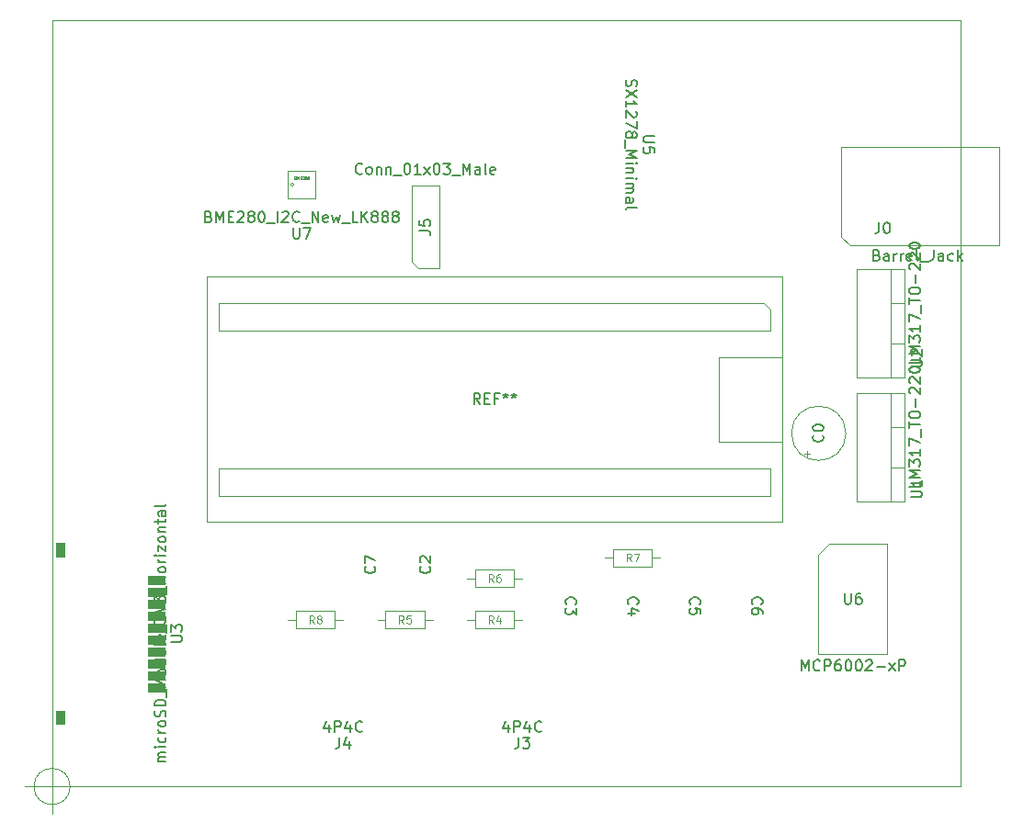
<source format=gbr>
%TF.GenerationSoftware,KiCad,Pcbnew,(6.0.4)*%
%TF.CreationDate,2023-07-18T11:50:37+07:00*%
%TF.ProjectId,05-Prototype-UpdatedComponents,30352d50-726f-4746-9f74-7970652d5570,rev?*%
%TF.SameCoordinates,PX82af528PY8a31af8*%
%TF.FileFunction,AssemblyDrawing,Top*%
%FSLAX46Y46*%
G04 Gerber Fmt 4.6, Leading zero omitted, Abs format (unit mm)*
G04 Created by KiCad (PCBNEW (6.0.4)) date 2023-07-18 11:50:37*
%MOMM*%
%LPD*%
G01*
G04 APERTURE LIST*
%TA.AperFunction,Profile*%
%ADD10C,0.100000*%
%TD*%
%ADD11C,0.150000*%
%ADD12C,0.108000*%
%ADD13C,0.025000*%
%ADD14C,0.100000*%
%ADD15C,0.120000*%
G04 APERTURE END LIST*
D10*
X1666666Y0D02*
G75*
G03*
X1666666Y0I-1666666J0D01*
G01*
X-2500000Y0D02*
X2500000Y0D01*
X0Y2500000D02*
X0Y-2500000D01*
X0Y0D02*
X83693000Y0D01*
X83693000Y0D02*
X83693000Y70612000D01*
X83693000Y70612000D02*
X0Y70612000D01*
X0Y70612000D02*
X0Y0D01*
D11*
%TO.C,J0*%
X75963904Y48985929D02*
X76106761Y48938310D01*
X76154380Y48890691D01*
X76202000Y48795453D01*
X76202000Y48652596D01*
X76154380Y48557358D01*
X76106761Y48509739D01*
X76011523Y48462120D01*
X75630571Y48462120D01*
X75630571Y49462120D01*
X75963904Y49462120D01*
X76059142Y49414500D01*
X76106761Y49366881D01*
X76154380Y49271643D01*
X76154380Y49176405D01*
X76106761Y49081167D01*
X76059142Y49033548D01*
X75963904Y48985929D01*
X75630571Y48985929D01*
X77059142Y48462120D02*
X77059142Y48985929D01*
X77011523Y49081167D01*
X76916285Y49128786D01*
X76725809Y49128786D01*
X76630571Y49081167D01*
X77059142Y48509739D02*
X76963904Y48462120D01*
X76725809Y48462120D01*
X76630571Y48509739D01*
X76582952Y48604977D01*
X76582952Y48700215D01*
X76630571Y48795453D01*
X76725809Y48843072D01*
X76963904Y48843072D01*
X77059142Y48890691D01*
X77535333Y48462120D02*
X77535333Y49128786D01*
X77535333Y48938310D02*
X77582952Y49033548D01*
X77630571Y49081167D01*
X77725809Y49128786D01*
X77821047Y49128786D01*
X78154380Y48462120D02*
X78154380Y49128786D01*
X78154380Y48938310D02*
X78202000Y49033548D01*
X78249619Y49081167D01*
X78344857Y49128786D01*
X78440095Y49128786D01*
X79154380Y48509739D02*
X79059142Y48462120D01*
X78868666Y48462120D01*
X78773428Y48509739D01*
X78725809Y48604977D01*
X78725809Y48985929D01*
X78773428Y49081167D01*
X78868666Y49128786D01*
X79059142Y49128786D01*
X79154380Y49081167D01*
X79202000Y48985929D01*
X79202000Y48890691D01*
X78725809Y48795453D01*
X79773428Y48462120D02*
X79678190Y48509739D01*
X79630571Y48604977D01*
X79630571Y49462120D01*
X79916285Y48366881D02*
X80678190Y48366881D01*
X81202000Y49462120D02*
X81202000Y48747834D01*
X81154380Y48604977D01*
X81059142Y48509739D01*
X80916285Y48462120D01*
X80821047Y48462120D01*
X82106761Y48462120D02*
X82106761Y48985929D01*
X82059142Y49081167D01*
X81963904Y49128786D01*
X81773428Y49128786D01*
X81678190Y49081167D01*
X82106761Y48509739D02*
X82011523Y48462120D01*
X81773428Y48462120D01*
X81678190Y48509739D01*
X81630571Y48604977D01*
X81630571Y48700215D01*
X81678190Y48795453D01*
X81773428Y48843072D01*
X82011523Y48843072D01*
X82106761Y48890691D01*
X83011523Y48509739D02*
X82916285Y48462120D01*
X82725809Y48462120D01*
X82630571Y48509739D01*
X82582952Y48557358D01*
X82535333Y48652596D01*
X82535333Y48938310D01*
X82582952Y49033548D01*
X82630571Y49081167D01*
X82725809Y49128786D01*
X82916285Y49128786D01*
X83011523Y49081167D01*
X83440095Y48462120D02*
X83440095Y49462120D01*
X83535333Y48843072D02*
X83821047Y48462120D01*
X83821047Y49128786D02*
X83440095Y48747834D01*
X76168666Y52012120D02*
X76168666Y51297834D01*
X76121047Y51154977D01*
X76025809Y51059739D01*
X75882952Y51012120D01*
X75787714Y51012120D01*
X76835333Y52012120D02*
X76930571Y52012120D01*
X77025809Y51964500D01*
X77073428Y51916881D01*
X77121047Y51821643D01*
X77168666Y51631167D01*
X77168666Y51393072D01*
X77121047Y51202596D01*
X77073428Y51107358D01*
X77025809Y51059739D01*
X76930571Y51012120D01*
X76835333Y51012120D01*
X76740095Y51059739D01*
X76692476Y51107358D01*
X76644857Y51202596D01*
X76597238Y51393072D01*
X76597238Y51631167D01*
X76644857Y51821643D01*
X76692476Y51916881D01*
X76740095Y51964500D01*
X76835333Y52012120D01*
%TO.C,J5*%
X28558666Y56529858D02*
X28511047Y56482239D01*
X28368190Y56434620D01*
X28272952Y56434620D01*
X28130095Y56482239D01*
X28034857Y56577477D01*
X27987238Y56672715D01*
X27939619Y56863191D01*
X27939619Y57006048D01*
X27987238Y57196524D01*
X28034857Y57291762D01*
X28130095Y57387000D01*
X28272952Y57434620D01*
X28368190Y57434620D01*
X28511047Y57387000D01*
X28558666Y57339381D01*
X29130095Y56434620D02*
X29034857Y56482239D01*
X28987238Y56529858D01*
X28939619Y56625096D01*
X28939619Y56910810D01*
X28987238Y57006048D01*
X29034857Y57053667D01*
X29130095Y57101286D01*
X29272952Y57101286D01*
X29368190Y57053667D01*
X29415809Y57006048D01*
X29463428Y56910810D01*
X29463428Y56625096D01*
X29415809Y56529858D01*
X29368190Y56482239D01*
X29272952Y56434620D01*
X29130095Y56434620D01*
X29892000Y57101286D02*
X29892000Y56434620D01*
X29892000Y57006048D02*
X29939619Y57053667D01*
X30034857Y57101286D01*
X30177714Y57101286D01*
X30272952Y57053667D01*
X30320571Y56958429D01*
X30320571Y56434620D01*
X30796761Y57101286D02*
X30796761Y56434620D01*
X30796761Y57006048D02*
X30844380Y57053667D01*
X30939619Y57101286D01*
X31082476Y57101286D01*
X31177714Y57053667D01*
X31225333Y56958429D01*
X31225333Y56434620D01*
X31463428Y56339381D02*
X32225333Y56339381D01*
X32653904Y57434620D02*
X32749142Y57434620D01*
X32844380Y57387000D01*
X32892000Y57339381D01*
X32939619Y57244143D01*
X32987238Y57053667D01*
X32987238Y56815572D01*
X32939619Y56625096D01*
X32892000Y56529858D01*
X32844380Y56482239D01*
X32749142Y56434620D01*
X32653904Y56434620D01*
X32558666Y56482239D01*
X32511047Y56529858D01*
X32463428Y56625096D01*
X32415809Y56815572D01*
X32415809Y57053667D01*
X32463428Y57244143D01*
X32511047Y57339381D01*
X32558666Y57387000D01*
X32653904Y57434620D01*
X33939619Y56434620D02*
X33368190Y56434620D01*
X33653904Y56434620D02*
X33653904Y57434620D01*
X33558666Y57291762D01*
X33463428Y57196524D01*
X33368190Y57148905D01*
X34272952Y56434620D02*
X34796761Y57101286D01*
X34272952Y57101286D02*
X34796761Y56434620D01*
X35368190Y57434620D02*
X35463428Y57434620D01*
X35558666Y57387000D01*
X35606285Y57339381D01*
X35653904Y57244143D01*
X35701523Y57053667D01*
X35701523Y56815572D01*
X35653904Y56625096D01*
X35606285Y56529858D01*
X35558666Y56482239D01*
X35463428Y56434620D01*
X35368190Y56434620D01*
X35272952Y56482239D01*
X35225333Y56529858D01*
X35177714Y56625096D01*
X35130095Y56815572D01*
X35130095Y57053667D01*
X35177714Y57244143D01*
X35225333Y57339381D01*
X35272952Y57387000D01*
X35368190Y57434620D01*
X36034857Y57434620D02*
X36653904Y57434620D01*
X36320571Y57053667D01*
X36463428Y57053667D01*
X36558666Y57006048D01*
X36606285Y56958429D01*
X36653904Y56863191D01*
X36653904Y56625096D01*
X36606285Y56529858D01*
X36558666Y56482239D01*
X36463428Y56434620D01*
X36177714Y56434620D01*
X36082476Y56482239D01*
X36034857Y56529858D01*
X36844380Y56339381D02*
X37606285Y56339381D01*
X37844380Y56434620D02*
X37844380Y57434620D01*
X38177714Y56720334D01*
X38511047Y57434620D01*
X38511047Y56434620D01*
X39415809Y56434620D02*
X39415809Y56958429D01*
X39368190Y57053667D01*
X39272952Y57101286D01*
X39082476Y57101286D01*
X38987238Y57053667D01*
X39415809Y56482239D02*
X39320571Y56434620D01*
X39082476Y56434620D01*
X38987238Y56482239D01*
X38939619Y56577477D01*
X38939619Y56672715D01*
X38987238Y56767953D01*
X39082476Y56815572D01*
X39320571Y56815572D01*
X39415809Y56863191D01*
X40034857Y56434620D02*
X39939619Y56482239D01*
X39892000Y56577477D01*
X39892000Y57434620D01*
X40796761Y56482239D02*
X40701523Y56434620D01*
X40511047Y56434620D01*
X40415809Y56482239D01*
X40368190Y56577477D01*
X40368190Y56958429D01*
X40415809Y57053667D01*
X40511047Y57101286D01*
X40701523Y57101286D01*
X40796761Y57053667D01*
X40844380Y56958429D01*
X40844380Y56863191D01*
X40368190Y56767953D01*
X33844380Y51243667D02*
X34558666Y51243667D01*
X34701523Y51196048D01*
X34796761Y51100810D01*
X34844380Y50957953D01*
X34844380Y50862715D01*
X33844380Y52196048D02*
X33844380Y51719858D01*
X34320571Y51672239D01*
X34272952Y51719858D01*
X34225333Y51815096D01*
X34225333Y52053191D01*
X34272952Y52148429D01*
X34320571Y52196048D01*
X34415809Y52243667D01*
X34653904Y52243667D01*
X34749142Y52196048D01*
X34796761Y52148429D01*
X34844380Y52053191D01*
X34844380Y51815096D01*
X34796761Y51719858D01*
X34749142Y51672239D01*
%TO.C,J3*%
X42021285Y5691286D02*
X42021285Y5024620D01*
X41783190Y6072239D02*
X41545095Y5357953D01*
X42164142Y5357953D01*
X42545095Y5024620D02*
X42545095Y6024620D01*
X42926047Y6024620D01*
X43021285Y5977000D01*
X43068904Y5929381D01*
X43116523Y5834143D01*
X43116523Y5691286D01*
X43068904Y5596048D01*
X43021285Y5548429D01*
X42926047Y5500810D01*
X42545095Y5500810D01*
X43973666Y5691286D02*
X43973666Y5024620D01*
X43735571Y6072239D02*
X43497476Y5357953D01*
X44116523Y5357953D01*
X45068904Y5119858D02*
X45021285Y5072239D01*
X44878428Y5024620D01*
X44783190Y5024620D01*
X44640333Y5072239D01*
X44545095Y5167477D01*
X44497476Y5262715D01*
X44449857Y5453191D01*
X44449857Y5596048D01*
X44497476Y5786524D01*
X44545095Y5881762D01*
X44640333Y5977000D01*
X44783190Y6024620D01*
X44878428Y6024620D01*
X45021285Y5977000D01*
X45068904Y5929381D01*
X42973666Y4524620D02*
X42973666Y3810334D01*
X42926047Y3667477D01*
X42830809Y3572239D01*
X42687952Y3524620D01*
X42592714Y3524620D01*
X43354619Y4524620D02*
X43973666Y4524620D01*
X43640333Y4143667D01*
X43783190Y4143667D01*
X43878428Y4096048D01*
X43926047Y4048429D01*
X43973666Y3953191D01*
X43973666Y3715096D01*
X43926047Y3619858D01*
X43878428Y3572239D01*
X43783190Y3524620D01*
X43497476Y3524620D01*
X43402238Y3572239D01*
X43354619Y3619858D01*
%TO.C,J4*%
X25511285Y5691286D02*
X25511285Y5024620D01*
X25273190Y6072239D02*
X25035095Y5357953D01*
X25654142Y5357953D01*
X26035095Y5024620D02*
X26035095Y6024620D01*
X26416047Y6024620D01*
X26511285Y5977000D01*
X26558904Y5929381D01*
X26606523Y5834143D01*
X26606523Y5691286D01*
X26558904Y5596048D01*
X26511285Y5548429D01*
X26416047Y5500810D01*
X26035095Y5500810D01*
X27463666Y5691286D02*
X27463666Y5024620D01*
X27225571Y6072239D02*
X26987476Y5357953D01*
X27606523Y5357953D01*
X28558904Y5119858D02*
X28511285Y5072239D01*
X28368428Y5024620D01*
X28273190Y5024620D01*
X28130333Y5072239D01*
X28035095Y5167477D01*
X27987476Y5262715D01*
X27939857Y5453191D01*
X27939857Y5596048D01*
X27987476Y5786524D01*
X28035095Y5881762D01*
X28130333Y5977000D01*
X28273190Y6024620D01*
X28368428Y6024620D01*
X28511285Y5977000D01*
X28558904Y5929381D01*
X26463666Y4524620D02*
X26463666Y3810334D01*
X26416047Y3667477D01*
X26320809Y3572239D01*
X26177952Y3524620D01*
X26082714Y3524620D01*
X27368428Y4191286D02*
X27368428Y3524620D01*
X27130333Y4572239D02*
X26892238Y3857953D01*
X27511285Y3857953D01*
%TO.C,C5*%
X58824857Y16803667D02*
X58777238Y16851286D01*
X58729619Y16994143D01*
X58729619Y17089381D01*
X58777238Y17232239D01*
X58872476Y17327477D01*
X58967714Y17375096D01*
X59158190Y17422715D01*
X59301047Y17422715D01*
X59491523Y17375096D01*
X59586761Y17327477D01*
X59682000Y17232239D01*
X59729619Y17089381D01*
X59729619Y16994143D01*
X59682000Y16851286D01*
X59634380Y16803667D01*
X59729619Y15898905D02*
X59729619Y16375096D01*
X59253428Y16422715D01*
X59301047Y16375096D01*
X59348666Y16279858D01*
X59348666Y16041762D01*
X59301047Y15946524D01*
X59253428Y15898905D01*
X59158190Y15851286D01*
X58920095Y15851286D01*
X58824857Y15898905D01*
X58777238Y15946524D01*
X58729619Y16041762D01*
X58729619Y16279858D01*
X58777238Y16375096D01*
X58824857Y16422715D01*
%TO.C,C3*%
X47394857Y16803667D02*
X47347238Y16851286D01*
X47299619Y16994143D01*
X47299619Y17089381D01*
X47347238Y17232239D01*
X47442476Y17327477D01*
X47537714Y17375096D01*
X47728190Y17422715D01*
X47871047Y17422715D01*
X48061523Y17375096D01*
X48156761Y17327477D01*
X48252000Y17232239D01*
X48299619Y17089381D01*
X48299619Y16994143D01*
X48252000Y16851286D01*
X48204380Y16803667D01*
X48299619Y16470334D02*
X48299619Y15851286D01*
X47918666Y16184620D01*
X47918666Y16041762D01*
X47871047Y15946524D01*
X47823428Y15898905D01*
X47728190Y15851286D01*
X47490095Y15851286D01*
X47394857Y15898905D01*
X47347238Y15946524D01*
X47299619Y16041762D01*
X47299619Y16327477D01*
X47347238Y16422715D01*
X47394857Y16470334D01*
D12*
%TO.C,R8*%
X24137000Y15041286D02*
X23897000Y15384143D01*
X23725571Y15041286D02*
X23725571Y15761286D01*
X23999857Y15761286D01*
X24068428Y15727000D01*
X24102714Y15692715D01*
X24137000Y15624143D01*
X24137000Y15521286D01*
X24102714Y15452715D01*
X24068428Y15418429D01*
X23999857Y15384143D01*
X23725571Y15384143D01*
X24548428Y15452715D02*
X24479857Y15487000D01*
X24445571Y15521286D01*
X24411285Y15589858D01*
X24411285Y15624143D01*
X24445571Y15692715D01*
X24479857Y15727000D01*
X24548428Y15761286D01*
X24685571Y15761286D01*
X24754142Y15727000D01*
X24788428Y15692715D01*
X24822714Y15624143D01*
X24822714Y15589858D01*
X24788428Y15521286D01*
X24754142Y15487000D01*
X24685571Y15452715D01*
X24548428Y15452715D01*
X24479857Y15418429D01*
X24445571Y15384143D01*
X24411285Y15315572D01*
X24411285Y15178429D01*
X24445571Y15109858D01*
X24479857Y15075572D01*
X24548428Y15041286D01*
X24685571Y15041286D01*
X24754142Y15075572D01*
X24788428Y15109858D01*
X24822714Y15178429D01*
X24822714Y15315572D01*
X24788428Y15384143D01*
X24754142Y15418429D01*
X24685571Y15452715D01*
D11*
%TO.C,C4*%
X53109857Y16803667D02*
X53062238Y16851286D01*
X53014619Y16994143D01*
X53014619Y17089381D01*
X53062238Y17232239D01*
X53157476Y17327477D01*
X53252714Y17375096D01*
X53443190Y17422715D01*
X53586047Y17422715D01*
X53776523Y17375096D01*
X53871761Y17327477D01*
X53967000Y17232239D01*
X54014619Y17089381D01*
X54014619Y16994143D01*
X53967000Y16851286D01*
X53919380Y16803667D01*
X53681285Y15946524D02*
X53014619Y15946524D01*
X54062238Y16184620D02*
X53347952Y16422715D01*
X53347952Y15803667D01*
%TO.C,U6*%
X69010095Y10669620D02*
X69010095Y11669620D01*
X69343428Y10955334D01*
X69676761Y11669620D01*
X69676761Y10669620D01*
X70724380Y10764858D02*
X70676761Y10717239D01*
X70533904Y10669620D01*
X70438666Y10669620D01*
X70295809Y10717239D01*
X70200571Y10812477D01*
X70152952Y10907715D01*
X70105333Y11098191D01*
X70105333Y11241048D01*
X70152952Y11431524D01*
X70200571Y11526762D01*
X70295809Y11622000D01*
X70438666Y11669620D01*
X70533904Y11669620D01*
X70676761Y11622000D01*
X70724380Y11574381D01*
X71152952Y10669620D02*
X71152952Y11669620D01*
X71533904Y11669620D01*
X71629142Y11622000D01*
X71676761Y11574381D01*
X71724380Y11479143D01*
X71724380Y11336286D01*
X71676761Y11241048D01*
X71629142Y11193429D01*
X71533904Y11145810D01*
X71152952Y11145810D01*
X72581523Y11669620D02*
X72391047Y11669620D01*
X72295809Y11622000D01*
X72248190Y11574381D01*
X72152952Y11431524D01*
X72105333Y11241048D01*
X72105333Y10860096D01*
X72152952Y10764858D01*
X72200571Y10717239D01*
X72295809Y10669620D01*
X72486285Y10669620D01*
X72581523Y10717239D01*
X72629142Y10764858D01*
X72676761Y10860096D01*
X72676761Y11098191D01*
X72629142Y11193429D01*
X72581523Y11241048D01*
X72486285Y11288667D01*
X72295809Y11288667D01*
X72200571Y11241048D01*
X72152952Y11193429D01*
X72105333Y11098191D01*
X73295809Y11669620D02*
X73391047Y11669620D01*
X73486285Y11622000D01*
X73533904Y11574381D01*
X73581523Y11479143D01*
X73629142Y11288667D01*
X73629142Y11050572D01*
X73581523Y10860096D01*
X73533904Y10764858D01*
X73486285Y10717239D01*
X73391047Y10669620D01*
X73295809Y10669620D01*
X73200571Y10717239D01*
X73152952Y10764858D01*
X73105333Y10860096D01*
X73057714Y11050572D01*
X73057714Y11288667D01*
X73105333Y11479143D01*
X73152952Y11574381D01*
X73200571Y11622000D01*
X73295809Y11669620D01*
X74248190Y11669620D02*
X74343428Y11669620D01*
X74438666Y11622000D01*
X74486285Y11574381D01*
X74533904Y11479143D01*
X74581523Y11288667D01*
X74581523Y11050572D01*
X74533904Y10860096D01*
X74486285Y10764858D01*
X74438666Y10717239D01*
X74343428Y10669620D01*
X74248190Y10669620D01*
X74152952Y10717239D01*
X74105333Y10764858D01*
X74057714Y10860096D01*
X74010095Y11050572D01*
X74010095Y11288667D01*
X74057714Y11479143D01*
X74105333Y11574381D01*
X74152952Y11622000D01*
X74248190Y11669620D01*
X74962476Y11574381D02*
X75010095Y11622000D01*
X75105333Y11669620D01*
X75343428Y11669620D01*
X75438666Y11622000D01*
X75486285Y11574381D01*
X75533904Y11479143D01*
X75533904Y11383905D01*
X75486285Y11241048D01*
X74914857Y10669620D01*
X75533904Y10669620D01*
X75962476Y11050572D02*
X76724380Y11050572D01*
X77105333Y10669620D02*
X77629142Y11336286D01*
X77105333Y11336286D02*
X77629142Y10669620D01*
X78010095Y10669620D02*
X78010095Y11669620D01*
X78391047Y11669620D01*
X78486285Y11622000D01*
X78533904Y11574381D01*
X78581523Y11479143D01*
X78581523Y11336286D01*
X78533904Y11241048D01*
X78486285Y11193429D01*
X78391047Y11145810D01*
X78010095Y11145810D01*
X73010095Y17809620D02*
X73010095Y17000096D01*
X73057714Y16904858D01*
X73105333Y16857239D01*
X73200571Y16809620D01*
X73391047Y16809620D01*
X73486285Y16857239D01*
X73533904Y16904858D01*
X73581523Y17000096D01*
X73581523Y17809620D01*
X74486285Y17809620D02*
X74295809Y17809620D01*
X74200571Y17762000D01*
X74152952Y17714381D01*
X74057714Y17571524D01*
X74010095Y17381048D01*
X74010095Y17000096D01*
X74057714Y16904858D01*
X74105333Y16857239D01*
X74200571Y16809620D01*
X74391047Y16809620D01*
X74486285Y16857239D01*
X74533904Y16904858D01*
X74581523Y17000096D01*
X74581523Y17238191D01*
X74533904Y17333429D01*
X74486285Y17381048D01*
X74391047Y17428667D01*
X74200571Y17428667D01*
X74105333Y17381048D01*
X74057714Y17333429D01*
X74010095Y17238191D01*
%TO.C,U5*%
X52902238Y65110572D02*
X52854619Y64967715D01*
X52854619Y64729620D01*
X52902238Y64634381D01*
X52949857Y64586762D01*
X53045095Y64539143D01*
X53140333Y64539143D01*
X53235571Y64586762D01*
X53283190Y64634381D01*
X53330809Y64729620D01*
X53378428Y64920096D01*
X53426047Y65015334D01*
X53473666Y65062953D01*
X53568904Y65110572D01*
X53664142Y65110572D01*
X53759380Y65062953D01*
X53807000Y65015334D01*
X53854619Y64920096D01*
X53854619Y64682000D01*
X53807000Y64539143D01*
X53854619Y64205810D02*
X52854619Y63539143D01*
X53854619Y63539143D02*
X52854619Y64205810D01*
X52854619Y62634381D02*
X52854619Y63205810D01*
X52854619Y62920096D02*
X53854619Y62920096D01*
X53711761Y63015334D01*
X53616523Y63110572D01*
X53568904Y63205810D01*
X53759380Y62253429D02*
X53807000Y62205810D01*
X53854619Y62110572D01*
X53854619Y61872477D01*
X53807000Y61777239D01*
X53759380Y61729620D01*
X53664142Y61682000D01*
X53568904Y61682000D01*
X53426047Y61729620D01*
X52854619Y62301048D01*
X52854619Y61682000D01*
X53854619Y61348667D02*
X53854619Y60682000D01*
X52854619Y61110572D01*
X53426047Y60158191D02*
X53473666Y60253429D01*
X53521285Y60301048D01*
X53616523Y60348667D01*
X53664142Y60348667D01*
X53759380Y60301048D01*
X53807000Y60253429D01*
X53854619Y60158191D01*
X53854619Y59967715D01*
X53807000Y59872477D01*
X53759380Y59824858D01*
X53664142Y59777239D01*
X53616523Y59777239D01*
X53521285Y59824858D01*
X53473666Y59872477D01*
X53426047Y59967715D01*
X53426047Y60158191D01*
X53378428Y60253429D01*
X53330809Y60301048D01*
X53235571Y60348667D01*
X53045095Y60348667D01*
X52949857Y60301048D01*
X52902238Y60253429D01*
X52854619Y60158191D01*
X52854619Y59967715D01*
X52902238Y59872477D01*
X52949857Y59824858D01*
X53045095Y59777239D01*
X53235571Y59777239D01*
X53330809Y59824858D01*
X53378428Y59872477D01*
X53426047Y59967715D01*
X52759380Y59586762D02*
X52759380Y58824858D01*
X52854619Y58586762D02*
X53854619Y58586762D01*
X53140333Y58253429D01*
X53854619Y57920096D01*
X52854619Y57920096D01*
X52854619Y57443905D02*
X53521285Y57443905D01*
X53854619Y57443905D02*
X53807000Y57491524D01*
X53759380Y57443905D01*
X53807000Y57396286D01*
X53854619Y57443905D01*
X53759380Y57443905D01*
X53521285Y56967715D02*
X52854619Y56967715D01*
X53426047Y56967715D02*
X53473666Y56920096D01*
X53521285Y56824858D01*
X53521285Y56682000D01*
X53473666Y56586762D01*
X53378428Y56539143D01*
X52854619Y56539143D01*
X52854619Y56062953D02*
X53521285Y56062953D01*
X53854619Y56062953D02*
X53807000Y56110572D01*
X53759380Y56062953D01*
X53807000Y56015334D01*
X53854619Y56062953D01*
X53759380Y56062953D01*
X52854619Y55586762D02*
X53521285Y55586762D01*
X53426047Y55586762D02*
X53473666Y55539143D01*
X53521285Y55443905D01*
X53521285Y55301048D01*
X53473666Y55205810D01*
X53378428Y55158191D01*
X52854619Y55158191D01*
X53378428Y55158191D02*
X53473666Y55110572D01*
X53521285Y55015334D01*
X53521285Y54872477D01*
X53473666Y54777239D01*
X53378428Y54729620D01*
X52854619Y54729620D01*
X52854619Y53824858D02*
X53378428Y53824858D01*
X53473666Y53872477D01*
X53521285Y53967715D01*
X53521285Y54158191D01*
X53473666Y54253429D01*
X52902238Y53824858D02*
X52854619Y53920096D01*
X52854619Y54158191D01*
X52902238Y54253429D01*
X52997476Y54301048D01*
X53092714Y54301048D01*
X53187952Y54253429D01*
X53235571Y54158191D01*
X53235571Y53920096D01*
X53283190Y53824858D01*
X52854619Y53205810D02*
X52902238Y53301048D01*
X52997476Y53348667D01*
X53854619Y53348667D01*
X55454619Y59943905D02*
X54645095Y59943905D01*
X54549857Y59896286D01*
X54502238Y59848667D01*
X54454619Y59753429D01*
X54454619Y59562953D01*
X54502238Y59467715D01*
X54549857Y59420096D01*
X54645095Y59372477D01*
X55454619Y59372477D01*
X55454619Y58420096D02*
X55454619Y58896286D01*
X54978428Y58943905D01*
X55026047Y58896286D01*
X55073666Y58801048D01*
X55073666Y58562953D01*
X55026047Y58467715D01*
X54978428Y58420096D01*
X54883190Y58372477D01*
X54645095Y58372477D01*
X54549857Y58420096D01*
X54502238Y58467715D01*
X54454619Y58562953D01*
X54454619Y58801048D01*
X54502238Y58896286D01*
X54549857Y58943905D01*
%TO.C,C0*%
X70969142Y32390222D02*
X71016761Y32342603D01*
X71064380Y32199746D01*
X71064380Y32104508D01*
X71016761Y31961650D01*
X70921523Y31866412D01*
X70826285Y31818793D01*
X70635809Y31771174D01*
X70492952Y31771174D01*
X70302476Y31818793D01*
X70207238Y31866412D01*
X70112000Y31961650D01*
X70064380Y32104508D01*
X70064380Y32199746D01*
X70112000Y32342603D01*
X70159619Y32390222D01*
X70064380Y33009269D02*
X70064380Y33104508D01*
X70112000Y33199746D01*
X70159619Y33247365D01*
X70254857Y33294984D01*
X70445333Y33342603D01*
X70683428Y33342603D01*
X70873904Y33294984D01*
X70969142Y33247365D01*
X71016761Y33199746D01*
X71064380Y33104508D01*
X71064380Y33009269D01*
X71016761Y32914031D01*
X70969142Y32866412D01*
X70873904Y32818793D01*
X70683428Y32771174D01*
X70445333Y32771174D01*
X70254857Y32818793D01*
X70159619Y32866412D01*
X70112000Y32914031D01*
X70064380Y33009269D01*
%TO.C,C2*%
X34774142Y20280334D02*
X34821761Y20232715D01*
X34869380Y20089858D01*
X34869380Y19994620D01*
X34821761Y19851762D01*
X34726523Y19756524D01*
X34631285Y19708905D01*
X34440809Y19661286D01*
X34297952Y19661286D01*
X34107476Y19708905D01*
X34012238Y19756524D01*
X33917000Y19851762D01*
X33869380Y19994620D01*
X33869380Y20089858D01*
X33917000Y20232715D01*
X33964619Y20280334D01*
X33964619Y20661286D02*
X33917000Y20708905D01*
X33869380Y20804143D01*
X33869380Y21042239D01*
X33917000Y21137477D01*
X33964619Y21185096D01*
X34059857Y21232715D01*
X34155095Y21232715D01*
X34297952Y21185096D01*
X34869380Y20613667D01*
X34869380Y21232715D01*
%TO.C,C7*%
X29694142Y20280334D02*
X29741761Y20232715D01*
X29789380Y20089858D01*
X29789380Y19994620D01*
X29741761Y19851762D01*
X29646523Y19756524D01*
X29551285Y19708905D01*
X29360809Y19661286D01*
X29217952Y19661286D01*
X29027476Y19708905D01*
X28932238Y19756524D01*
X28837000Y19851762D01*
X28789380Y19994620D01*
X28789380Y20089858D01*
X28837000Y20232715D01*
X28884619Y20280334D01*
X28789380Y20613667D02*
X28789380Y21280334D01*
X29789380Y20851762D01*
%TO.C,U1*%
X79954380Y28123191D02*
X79954380Y27647000D01*
X78954380Y27647000D01*
X79954380Y28456524D02*
X78954380Y28456524D01*
X79668666Y28789858D01*
X78954380Y29123191D01*
X79954380Y29123191D01*
X78954380Y29504143D02*
X78954380Y30123191D01*
X79335333Y29789858D01*
X79335333Y29932715D01*
X79382952Y30027953D01*
X79430571Y30075572D01*
X79525809Y30123191D01*
X79763904Y30123191D01*
X79859142Y30075572D01*
X79906761Y30027953D01*
X79954380Y29932715D01*
X79954380Y29647000D01*
X79906761Y29551762D01*
X79859142Y29504143D01*
X79954380Y31075572D02*
X79954380Y30504143D01*
X79954380Y30789858D02*
X78954380Y30789858D01*
X79097238Y30694620D01*
X79192476Y30599381D01*
X79240095Y30504143D01*
X78954380Y31408905D02*
X78954380Y32075572D01*
X79954380Y31647000D01*
X80049619Y32218429D02*
X80049619Y32980334D01*
X78954380Y33075572D02*
X78954380Y33647000D01*
X79954380Y33361286D02*
X78954380Y33361286D01*
X78954380Y34170810D02*
X78954380Y34361286D01*
X79002000Y34456524D01*
X79097238Y34551762D01*
X79287714Y34599381D01*
X79621047Y34599381D01*
X79811523Y34551762D01*
X79906761Y34456524D01*
X79954380Y34361286D01*
X79954380Y34170810D01*
X79906761Y34075572D01*
X79811523Y33980334D01*
X79621047Y33932715D01*
X79287714Y33932715D01*
X79097238Y33980334D01*
X79002000Y34075572D01*
X78954380Y34170810D01*
X79573428Y35027953D02*
X79573428Y35789858D01*
X79049619Y36218429D02*
X79002000Y36266048D01*
X78954380Y36361286D01*
X78954380Y36599381D01*
X79002000Y36694620D01*
X79049619Y36742239D01*
X79144857Y36789858D01*
X79240095Y36789858D01*
X79382952Y36742239D01*
X79954380Y36170810D01*
X79954380Y36789858D01*
X79049619Y37170810D02*
X79002000Y37218429D01*
X78954380Y37313667D01*
X78954380Y37551762D01*
X79002000Y37647000D01*
X79049619Y37694620D01*
X79144857Y37742239D01*
X79240095Y37742239D01*
X79382952Y37694620D01*
X79954380Y37123191D01*
X79954380Y37742239D01*
X78954380Y38361286D02*
X78954380Y38456524D01*
X79002000Y38551762D01*
X79049619Y38599381D01*
X79144857Y38647000D01*
X79335333Y38694620D01*
X79573428Y38694620D01*
X79763904Y38647000D01*
X79859142Y38599381D01*
X79906761Y38551762D01*
X79954380Y38456524D01*
X79954380Y38361286D01*
X79906761Y38266048D01*
X79859142Y38218429D01*
X79763904Y38170810D01*
X79573428Y38123191D01*
X79335333Y38123191D01*
X79144857Y38170810D01*
X79049619Y38218429D01*
X79002000Y38266048D01*
X78954380Y38361286D01*
X79104380Y26670096D02*
X79913904Y26670096D01*
X80009142Y26717715D01*
X80056761Y26765334D01*
X80104380Y26860572D01*
X80104380Y27051048D01*
X80056761Y27146286D01*
X80009142Y27193905D01*
X79913904Y27241524D01*
X79104380Y27241524D01*
X80104380Y28241524D02*
X80104380Y27670096D01*
X80104380Y27955810D02*
X79104380Y27955810D01*
X79247238Y27860572D01*
X79342476Y27765334D01*
X79390095Y27670096D01*
D12*
%TO.C,R4*%
X40647000Y15041286D02*
X40407000Y15384143D01*
X40235571Y15041286D02*
X40235571Y15761286D01*
X40509857Y15761286D01*
X40578428Y15727000D01*
X40612714Y15692715D01*
X40647000Y15624143D01*
X40647000Y15521286D01*
X40612714Y15452715D01*
X40578428Y15418429D01*
X40509857Y15384143D01*
X40235571Y15384143D01*
X41264142Y15521286D02*
X41264142Y15041286D01*
X41092714Y15795572D02*
X40921285Y15281286D01*
X41367000Y15281286D01*
D11*
%TO.C,C6*%
X64539857Y16803667D02*
X64492238Y16851286D01*
X64444619Y16994143D01*
X64444619Y17089381D01*
X64492238Y17232239D01*
X64587476Y17327477D01*
X64682714Y17375096D01*
X64873190Y17422715D01*
X65016047Y17422715D01*
X65206523Y17375096D01*
X65301761Y17327477D01*
X65397000Y17232239D01*
X65444619Y17089381D01*
X65444619Y16994143D01*
X65397000Y16851286D01*
X65349380Y16803667D01*
X65444619Y15946524D02*
X65444619Y16137000D01*
X65397000Y16232239D01*
X65349380Y16279858D01*
X65206523Y16375096D01*
X65016047Y16422715D01*
X64635095Y16422715D01*
X64539857Y16375096D01*
X64492238Y16327477D01*
X64444619Y16232239D01*
X64444619Y16041762D01*
X64492238Y15946524D01*
X64539857Y15898905D01*
X64635095Y15851286D01*
X64873190Y15851286D01*
X64968428Y15898905D01*
X65016047Y15946524D01*
X65063666Y16041762D01*
X65063666Y16232239D01*
X65016047Y16327477D01*
X64968428Y16375096D01*
X64873190Y16422715D01*
D12*
%TO.C,R6*%
X40647000Y18851286D02*
X40407000Y19194143D01*
X40235571Y18851286D02*
X40235571Y19571286D01*
X40509857Y19571286D01*
X40578428Y19537000D01*
X40612714Y19502715D01*
X40647000Y19434143D01*
X40647000Y19331286D01*
X40612714Y19262715D01*
X40578428Y19228429D01*
X40509857Y19194143D01*
X40235571Y19194143D01*
X41264142Y19571286D02*
X41127000Y19571286D01*
X41058428Y19537000D01*
X41024142Y19502715D01*
X40955571Y19399858D01*
X40921285Y19262715D01*
X40921285Y18988429D01*
X40955571Y18919858D01*
X40989857Y18885572D01*
X41058428Y18851286D01*
X41195571Y18851286D01*
X41264142Y18885572D01*
X41298428Y18919858D01*
X41332714Y18988429D01*
X41332714Y19159858D01*
X41298428Y19228429D01*
X41264142Y19262715D01*
X41195571Y19297000D01*
X41058428Y19297000D01*
X40989857Y19262715D01*
X40955571Y19228429D01*
X40921285Y19159858D01*
D11*
%TO.C,U7*%
X14439380Y52538429D02*
X14582238Y52490810D01*
X14629857Y52443191D01*
X14677476Y52347953D01*
X14677476Y52205096D01*
X14629857Y52109858D01*
X14582238Y52062239D01*
X14487000Y52014620D01*
X14106047Y52014620D01*
X14106047Y53014620D01*
X14439380Y53014620D01*
X14534619Y52967000D01*
X14582238Y52919381D01*
X14629857Y52824143D01*
X14629857Y52728905D01*
X14582238Y52633667D01*
X14534619Y52586048D01*
X14439380Y52538429D01*
X14106047Y52538429D01*
X15106047Y52014620D02*
X15106047Y53014620D01*
X15439380Y52300334D01*
X15772714Y53014620D01*
X15772714Y52014620D01*
X16248904Y52538429D02*
X16582238Y52538429D01*
X16725095Y52014620D02*
X16248904Y52014620D01*
X16248904Y53014620D01*
X16725095Y53014620D01*
X17106047Y52919381D02*
X17153666Y52967000D01*
X17248904Y53014620D01*
X17487000Y53014620D01*
X17582238Y52967000D01*
X17629857Y52919381D01*
X17677476Y52824143D01*
X17677476Y52728905D01*
X17629857Y52586048D01*
X17058428Y52014620D01*
X17677476Y52014620D01*
X18248904Y52586048D02*
X18153666Y52633667D01*
X18106047Y52681286D01*
X18058428Y52776524D01*
X18058428Y52824143D01*
X18106047Y52919381D01*
X18153666Y52967000D01*
X18248904Y53014620D01*
X18439380Y53014620D01*
X18534619Y52967000D01*
X18582238Y52919381D01*
X18629857Y52824143D01*
X18629857Y52776524D01*
X18582238Y52681286D01*
X18534619Y52633667D01*
X18439380Y52586048D01*
X18248904Y52586048D01*
X18153666Y52538429D01*
X18106047Y52490810D01*
X18058428Y52395572D01*
X18058428Y52205096D01*
X18106047Y52109858D01*
X18153666Y52062239D01*
X18248904Y52014620D01*
X18439380Y52014620D01*
X18534619Y52062239D01*
X18582238Y52109858D01*
X18629857Y52205096D01*
X18629857Y52395572D01*
X18582238Y52490810D01*
X18534619Y52538429D01*
X18439380Y52586048D01*
X19248904Y53014620D02*
X19344142Y53014620D01*
X19439380Y52967000D01*
X19487000Y52919381D01*
X19534619Y52824143D01*
X19582238Y52633667D01*
X19582238Y52395572D01*
X19534619Y52205096D01*
X19487000Y52109858D01*
X19439380Y52062239D01*
X19344142Y52014620D01*
X19248904Y52014620D01*
X19153666Y52062239D01*
X19106047Y52109858D01*
X19058428Y52205096D01*
X19010809Y52395572D01*
X19010809Y52633667D01*
X19058428Y52824143D01*
X19106047Y52919381D01*
X19153666Y52967000D01*
X19248904Y53014620D01*
X19772714Y51919381D02*
X20534619Y51919381D01*
X20772714Y52014620D02*
X20772714Y53014620D01*
X21201285Y52919381D02*
X21248904Y52967000D01*
X21344142Y53014620D01*
X21582238Y53014620D01*
X21677476Y52967000D01*
X21725095Y52919381D01*
X21772714Y52824143D01*
X21772714Y52728905D01*
X21725095Y52586048D01*
X21153666Y52014620D01*
X21772714Y52014620D01*
X22772714Y52109858D02*
X22725095Y52062239D01*
X22582238Y52014620D01*
X22487000Y52014620D01*
X22344142Y52062239D01*
X22248904Y52157477D01*
X22201285Y52252715D01*
X22153666Y52443191D01*
X22153666Y52586048D01*
X22201285Y52776524D01*
X22248904Y52871762D01*
X22344142Y52967000D01*
X22487000Y53014620D01*
X22582238Y53014620D01*
X22725095Y52967000D01*
X22772714Y52919381D01*
X22963190Y51919381D02*
X23725095Y51919381D01*
X23963190Y52014620D02*
X23963190Y53014620D01*
X24534619Y52014620D01*
X24534619Y53014620D01*
X25391761Y52062239D02*
X25296523Y52014620D01*
X25106047Y52014620D01*
X25010809Y52062239D01*
X24963190Y52157477D01*
X24963190Y52538429D01*
X25010809Y52633667D01*
X25106047Y52681286D01*
X25296523Y52681286D01*
X25391761Y52633667D01*
X25439380Y52538429D01*
X25439380Y52443191D01*
X24963190Y52347953D01*
X25772714Y52681286D02*
X25963190Y52014620D01*
X26153666Y52490810D01*
X26344142Y52014620D01*
X26534619Y52681286D01*
X26677476Y51919381D02*
X27439380Y51919381D01*
X28153666Y52014620D02*
X27677476Y52014620D01*
X27677476Y53014620D01*
X28487000Y52014620D02*
X28487000Y53014620D01*
X29058428Y52014620D02*
X28629857Y52586048D01*
X29058428Y53014620D02*
X28487000Y52443191D01*
X29629857Y52586048D02*
X29534619Y52633667D01*
X29487000Y52681286D01*
X29439380Y52776524D01*
X29439380Y52824143D01*
X29487000Y52919381D01*
X29534619Y52967000D01*
X29629857Y53014620D01*
X29820333Y53014620D01*
X29915571Y52967000D01*
X29963190Y52919381D01*
X30010809Y52824143D01*
X30010809Y52776524D01*
X29963190Y52681286D01*
X29915571Y52633667D01*
X29820333Y52586048D01*
X29629857Y52586048D01*
X29534619Y52538429D01*
X29487000Y52490810D01*
X29439380Y52395572D01*
X29439380Y52205096D01*
X29487000Y52109858D01*
X29534619Y52062239D01*
X29629857Y52014620D01*
X29820333Y52014620D01*
X29915571Y52062239D01*
X29963190Y52109858D01*
X30010809Y52205096D01*
X30010809Y52395572D01*
X29963190Y52490810D01*
X29915571Y52538429D01*
X29820333Y52586048D01*
X30582238Y52586048D02*
X30487000Y52633667D01*
X30439380Y52681286D01*
X30391761Y52776524D01*
X30391761Y52824143D01*
X30439380Y52919381D01*
X30487000Y52967000D01*
X30582238Y53014620D01*
X30772714Y53014620D01*
X30867952Y52967000D01*
X30915571Y52919381D01*
X30963190Y52824143D01*
X30963190Y52776524D01*
X30915571Y52681286D01*
X30867952Y52633667D01*
X30772714Y52586048D01*
X30582238Y52586048D01*
X30487000Y52538429D01*
X30439380Y52490810D01*
X30391761Y52395572D01*
X30391761Y52205096D01*
X30439380Y52109858D01*
X30487000Y52062239D01*
X30582238Y52014620D01*
X30772714Y52014620D01*
X30867952Y52062239D01*
X30915571Y52109858D01*
X30963190Y52205096D01*
X30963190Y52395572D01*
X30915571Y52490810D01*
X30867952Y52538429D01*
X30772714Y52586048D01*
X31534619Y52586048D02*
X31439380Y52633667D01*
X31391761Y52681286D01*
X31344142Y52776524D01*
X31344142Y52824143D01*
X31391761Y52919381D01*
X31439380Y52967000D01*
X31534619Y53014620D01*
X31725095Y53014620D01*
X31820333Y52967000D01*
X31867952Y52919381D01*
X31915571Y52824143D01*
X31915571Y52776524D01*
X31867952Y52681286D01*
X31820333Y52633667D01*
X31725095Y52586048D01*
X31534619Y52586048D01*
X31439380Y52538429D01*
X31391761Y52490810D01*
X31344142Y52395572D01*
X31344142Y52205096D01*
X31391761Y52109858D01*
X31439380Y52062239D01*
X31534619Y52014620D01*
X31725095Y52014620D01*
X31820333Y52062239D01*
X31867952Y52109858D01*
X31915571Y52205096D01*
X31915571Y52395572D01*
X31867952Y52490810D01*
X31820333Y52538429D01*
X31725095Y52586048D01*
D13*
X22401761Y56094858D02*
X22437476Y56082953D01*
X22449380Y56071048D01*
X22461285Y56047239D01*
X22461285Y56011524D01*
X22449380Y55987715D01*
X22437476Y55975810D01*
X22413666Y55963905D01*
X22318428Y55963905D01*
X22318428Y56213905D01*
X22401761Y56213905D01*
X22425571Y56202000D01*
X22437476Y56190096D01*
X22449380Y56166286D01*
X22449380Y56142477D01*
X22437476Y56118667D01*
X22425571Y56106762D01*
X22401761Y56094858D01*
X22318428Y56094858D01*
X22568428Y55963905D02*
X22568428Y56213905D01*
X22651761Y56035334D01*
X22735095Y56213905D01*
X22735095Y55963905D01*
X22854142Y56094858D02*
X22937476Y56094858D01*
X22973190Y55963905D02*
X22854142Y55963905D01*
X22854142Y56213905D01*
X22973190Y56213905D01*
X23068428Y56190096D02*
X23080333Y56202000D01*
X23104142Y56213905D01*
X23163666Y56213905D01*
X23187476Y56202000D01*
X23199380Y56190096D01*
X23211285Y56166286D01*
X23211285Y56142477D01*
X23199380Y56106762D01*
X23056523Y55963905D01*
X23211285Y55963905D01*
X23354142Y56106762D02*
X23330333Y56118667D01*
X23318428Y56130572D01*
X23306523Y56154381D01*
X23306523Y56166286D01*
X23318428Y56190096D01*
X23330333Y56202000D01*
X23354142Y56213905D01*
X23401761Y56213905D01*
X23425571Y56202000D01*
X23437476Y56190096D01*
X23449380Y56166286D01*
X23449380Y56154381D01*
X23437476Y56130572D01*
X23425571Y56118667D01*
X23401761Y56106762D01*
X23354142Y56106762D01*
X23330333Y56094858D01*
X23318428Y56082953D01*
X23306523Y56059143D01*
X23306523Y56011524D01*
X23318428Y55987715D01*
X23330333Y55975810D01*
X23354142Y55963905D01*
X23401761Y55963905D01*
X23425571Y55975810D01*
X23437476Y55987715D01*
X23449380Y56011524D01*
X23449380Y56059143D01*
X23437476Y56082953D01*
X23425571Y56094858D01*
X23401761Y56106762D01*
X23604142Y56213905D02*
X23627952Y56213905D01*
X23651761Y56202000D01*
X23663666Y56190096D01*
X23675571Y56166286D01*
X23687476Y56118667D01*
X23687476Y56059143D01*
X23675571Y56011524D01*
X23663666Y55987715D01*
X23651761Y55975810D01*
X23627952Y55963905D01*
X23604142Y55963905D01*
X23580333Y55975810D01*
X23568428Y55987715D01*
X23556523Y56011524D01*
X23544619Y56059143D01*
X23544619Y56118667D01*
X23556523Y56166286D01*
X23568428Y56190096D01*
X23580333Y56202000D01*
X23604142Y56213905D01*
D11*
X22225095Y51514620D02*
X22225095Y50705096D01*
X22272714Y50609858D01*
X22320333Y50562239D01*
X22415571Y50514620D01*
X22606047Y50514620D01*
X22701285Y50562239D01*
X22748904Y50609858D01*
X22796523Y50705096D01*
X22796523Y51514620D01*
X23177476Y51514620D02*
X23844142Y51514620D01*
X23415571Y50514620D01*
%TO.C,U3*%
X10469380Y2287477D02*
X9802714Y2287477D01*
X9897952Y2287477D02*
X9850333Y2335096D01*
X9802714Y2430334D01*
X9802714Y2573191D01*
X9850333Y2668429D01*
X9945571Y2716048D01*
X10469380Y2716048D01*
X9945571Y2716048D02*
X9850333Y2763667D01*
X9802714Y2858905D01*
X9802714Y3001762D01*
X9850333Y3097000D01*
X9945571Y3144620D01*
X10469380Y3144620D01*
X10469380Y3620810D02*
X9802714Y3620810D01*
X9469380Y3620810D02*
X9517000Y3573191D01*
X9564619Y3620810D01*
X9517000Y3668429D01*
X9469380Y3620810D01*
X9564619Y3620810D01*
X10421761Y4525572D02*
X10469380Y4430334D01*
X10469380Y4239858D01*
X10421761Y4144620D01*
X10374142Y4097000D01*
X10278904Y4049381D01*
X9993190Y4049381D01*
X9897952Y4097000D01*
X9850333Y4144620D01*
X9802714Y4239858D01*
X9802714Y4430334D01*
X9850333Y4525572D01*
X10469380Y4954143D02*
X9802714Y4954143D01*
X9993190Y4954143D02*
X9897952Y5001762D01*
X9850333Y5049381D01*
X9802714Y5144620D01*
X9802714Y5239858D01*
X10469380Y5716048D02*
X10421761Y5620810D01*
X10374142Y5573191D01*
X10278904Y5525572D01*
X9993190Y5525572D01*
X9897952Y5573191D01*
X9850333Y5620810D01*
X9802714Y5716048D01*
X9802714Y5858905D01*
X9850333Y5954143D01*
X9897952Y6001762D01*
X9993190Y6049381D01*
X10278904Y6049381D01*
X10374142Y6001762D01*
X10421761Y5954143D01*
X10469380Y5858905D01*
X10469380Y5716048D01*
X10421761Y6430334D02*
X10469380Y6573191D01*
X10469380Y6811286D01*
X10421761Y6906524D01*
X10374142Y6954143D01*
X10278904Y7001762D01*
X10183666Y7001762D01*
X10088428Y6954143D01*
X10040809Y6906524D01*
X9993190Y6811286D01*
X9945571Y6620810D01*
X9897952Y6525572D01*
X9850333Y6477953D01*
X9755095Y6430334D01*
X9659857Y6430334D01*
X9564619Y6477953D01*
X9517000Y6525572D01*
X9469380Y6620810D01*
X9469380Y6858905D01*
X9517000Y7001762D01*
X10469380Y7430334D02*
X9469380Y7430334D01*
X9469380Y7668429D01*
X9517000Y7811286D01*
X9612238Y7906524D01*
X9707476Y7954143D01*
X9897952Y8001762D01*
X10040809Y8001762D01*
X10231285Y7954143D01*
X10326523Y7906524D01*
X10421761Y7811286D01*
X10469380Y7668429D01*
X10469380Y7430334D01*
X10564619Y8192239D02*
X10564619Y8954143D01*
X10469380Y9192239D02*
X9469380Y9192239D01*
X10183666Y9525572D01*
X9469380Y9858905D01*
X10469380Y9858905D01*
X10469380Y10477953D02*
X10421761Y10382715D01*
X10374142Y10335096D01*
X10278904Y10287477D01*
X9993190Y10287477D01*
X9897952Y10335096D01*
X9850333Y10382715D01*
X9802714Y10477953D01*
X9802714Y10620810D01*
X9850333Y10716048D01*
X9897952Y10763667D01*
X9993190Y10811286D01*
X10278904Y10811286D01*
X10374142Y10763667D01*
X10421761Y10716048D01*
X10469380Y10620810D01*
X10469380Y10477953D01*
X10469380Y11668429D02*
X9469380Y11668429D01*
X10421761Y11668429D02*
X10469380Y11573191D01*
X10469380Y11382715D01*
X10421761Y11287477D01*
X10374142Y11239858D01*
X10278904Y11192239D01*
X9993190Y11192239D01*
X9897952Y11239858D01*
X9850333Y11287477D01*
X9802714Y11382715D01*
X9802714Y11573191D01*
X9850333Y11668429D01*
X9802714Y12573191D02*
X10469380Y12573191D01*
X9802714Y12144620D02*
X10326523Y12144620D01*
X10421761Y12192239D01*
X10469380Y12287477D01*
X10469380Y12430334D01*
X10421761Y12525572D01*
X10374142Y12573191D01*
X10469380Y13192239D02*
X10421761Y13097000D01*
X10326523Y13049381D01*
X9469380Y13049381D01*
X10421761Y13954143D02*
X10469380Y13858905D01*
X10469380Y13668429D01*
X10421761Y13573191D01*
X10326523Y13525572D01*
X9945571Y13525572D01*
X9850333Y13573191D01*
X9802714Y13668429D01*
X9802714Y13858905D01*
X9850333Y13954143D01*
X9945571Y14001762D01*
X10040809Y14001762D01*
X10136047Y13525572D01*
X10564619Y14192239D02*
X10564619Y14954143D01*
X9469380Y15097000D02*
X9469380Y15716048D01*
X9850333Y15382715D01*
X9850333Y15525572D01*
X9897952Y15620810D01*
X9945571Y15668429D01*
X10040809Y15716048D01*
X10278904Y15716048D01*
X10374142Y15668429D01*
X10421761Y15620810D01*
X10469380Y15525572D01*
X10469380Y15239858D01*
X10421761Y15144620D01*
X10374142Y15097000D01*
X9469380Y16001762D02*
X10469380Y16335096D01*
X9469380Y16668429D01*
X9469380Y16906524D02*
X9469380Y17525572D01*
X9850333Y17192239D01*
X9850333Y17335096D01*
X9897952Y17430334D01*
X9945571Y17477953D01*
X10040809Y17525572D01*
X10278904Y17525572D01*
X10374142Y17477953D01*
X10421761Y17430334D01*
X10469380Y17335096D01*
X10469380Y17049381D01*
X10421761Y16954143D01*
X10374142Y16906524D01*
X10564619Y17716048D02*
X10564619Y18477953D01*
X10469380Y18716048D02*
X9469380Y18716048D01*
X9945571Y18716048D02*
X9945571Y19287477D01*
X10469380Y19287477D02*
X9469380Y19287477D01*
X10469380Y19906524D02*
X10421761Y19811286D01*
X10374142Y19763667D01*
X10278904Y19716048D01*
X9993190Y19716048D01*
X9897952Y19763667D01*
X9850333Y19811286D01*
X9802714Y19906524D01*
X9802714Y20049381D01*
X9850333Y20144620D01*
X9897952Y20192239D01*
X9993190Y20239858D01*
X10278904Y20239858D01*
X10374142Y20192239D01*
X10421761Y20144620D01*
X10469380Y20049381D01*
X10469380Y19906524D01*
X10469380Y20668429D02*
X9802714Y20668429D01*
X9993190Y20668429D02*
X9897952Y20716048D01*
X9850333Y20763667D01*
X9802714Y20858905D01*
X9802714Y20954143D01*
X10469380Y21287477D02*
X9802714Y21287477D01*
X9469380Y21287477D02*
X9517000Y21239858D01*
X9564619Y21287477D01*
X9517000Y21335096D01*
X9469380Y21287477D01*
X9564619Y21287477D01*
X9802714Y21668429D02*
X9802714Y22192239D01*
X10469380Y21668429D01*
X10469380Y22192239D01*
X10469380Y22716048D02*
X10421761Y22620810D01*
X10374142Y22573191D01*
X10278904Y22525572D01*
X9993190Y22525572D01*
X9897952Y22573191D01*
X9850333Y22620810D01*
X9802714Y22716048D01*
X9802714Y22858905D01*
X9850333Y22954143D01*
X9897952Y23001762D01*
X9993190Y23049381D01*
X10278904Y23049381D01*
X10374142Y23001762D01*
X10421761Y22954143D01*
X10469380Y22858905D01*
X10469380Y22716048D01*
X9802714Y23477953D02*
X10469380Y23477953D01*
X9897952Y23477953D02*
X9850333Y23525572D01*
X9802714Y23620810D01*
X9802714Y23763667D01*
X9850333Y23858905D01*
X9945571Y23906524D01*
X10469380Y23906524D01*
X9802714Y24239858D02*
X9802714Y24620810D01*
X9469380Y24382715D02*
X10326523Y24382715D01*
X10421761Y24430334D01*
X10469380Y24525572D01*
X10469380Y24620810D01*
X10469380Y25382715D02*
X9945571Y25382715D01*
X9850333Y25335096D01*
X9802714Y25239858D01*
X9802714Y25049381D01*
X9850333Y24954143D01*
X10421761Y25382715D02*
X10469380Y25287477D01*
X10469380Y25049381D01*
X10421761Y24954143D01*
X10326523Y24906524D01*
X10231285Y24906524D01*
X10136047Y24954143D01*
X10088428Y25049381D01*
X10088428Y25287477D01*
X10040809Y25382715D01*
X10469380Y26001762D02*
X10421761Y25906524D01*
X10326523Y25858905D01*
X9469380Y25858905D01*
X10969380Y13335096D02*
X11778904Y13335096D01*
X11874142Y13382715D01*
X11921761Y13430334D01*
X11969380Y13525572D01*
X11969380Y13716048D01*
X11921761Y13811286D01*
X11874142Y13858905D01*
X11778904Y13906524D01*
X10969380Y13906524D01*
X10969380Y14287477D02*
X10969380Y14906524D01*
X11350333Y14573191D01*
X11350333Y14716048D01*
X11397952Y14811286D01*
X11445571Y14858905D01*
X11540809Y14906524D01*
X11778904Y14906524D01*
X11874142Y14858905D01*
X11921761Y14811286D01*
X11969380Y14716048D01*
X11969380Y14430334D01*
X11921761Y14335096D01*
X11874142Y14287477D01*
%TO.C,U2*%
X79954380Y39553191D02*
X79954380Y39077000D01*
X78954380Y39077000D01*
X79954380Y39886524D02*
X78954380Y39886524D01*
X79668666Y40219858D01*
X78954380Y40553191D01*
X79954380Y40553191D01*
X78954380Y40934143D02*
X78954380Y41553191D01*
X79335333Y41219858D01*
X79335333Y41362715D01*
X79382952Y41457953D01*
X79430571Y41505572D01*
X79525809Y41553191D01*
X79763904Y41553191D01*
X79859142Y41505572D01*
X79906761Y41457953D01*
X79954380Y41362715D01*
X79954380Y41077000D01*
X79906761Y40981762D01*
X79859142Y40934143D01*
X79954380Y42505572D02*
X79954380Y41934143D01*
X79954380Y42219858D02*
X78954380Y42219858D01*
X79097238Y42124620D01*
X79192476Y42029381D01*
X79240095Y41934143D01*
X78954380Y42838905D02*
X78954380Y43505572D01*
X79954380Y43077000D01*
X80049619Y43648429D02*
X80049619Y44410334D01*
X78954380Y44505572D02*
X78954380Y45077000D01*
X79954380Y44791286D02*
X78954380Y44791286D01*
X78954380Y45600810D02*
X78954380Y45791286D01*
X79002000Y45886524D01*
X79097238Y45981762D01*
X79287714Y46029381D01*
X79621047Y46029381D01*
X79811523Y45981762D01*
X79906761Y45886524D01*
X79954380Y45791286D01*
X79954380Y45600810D01*
X79906761Y45505572D01*
X79811523Y45410334D01*
X79621047Y45362715D01*
X79287714Y45362715D01*
X79097238Y45410334D01*
X79002000Y45505572D01*
X78954380Y45600810D01*
X79573428Y46457953D02*
X79573428Y47219858D01*
X79049619Y47648429D02*
X79002000Y47696048D01*
X78954380Y47791286D01*
X78954380Y48029381D01*
X79002000Y48124620D01*
X79049619Y48172239D01*
X79144857Y48219858D01*
X79240095Y48219858D01*
X79382952Y48172239D01*
X79954380Y47600810D01*
X79954380Y48219858D01*
X79049619Y48600810D02*
X79002000Y48648429D01*
X78954380Y48743667D01*
X78954380Y48981762D01*
X79002000Y49077000D01*
X79049619Y49124620D01*
X79144857Y49172239D01*
X79240095Y49172239D01*
X79382952Y49124620D01*
X79954380Y48553191D01*
X79954380Y49172239D01*
X78954380Y49791286D02*
X78954380Y49886524D01*
X79002000Y49981762D01*
X79049619Y50029381D01*
X79144857Y50077000D01*
X79335333Y50124620D01*
X79573428Y50124620D01*
X79763904Y50077000D01*
X79859142Y50029381D01*
X79906761Y49981762D01*
X79954380Y49886524D01*
X79954380Y49791286D01*
X79906761Y49696048D01*
X79859142Y49648429D01*
X79763904Y49600810D01*
X79573428Y49553191D01*
X79335333Y49553191D01*
X79144857Y49600810D01*
X79049619Y49648429D01*
X79002000Y49696048D01*
X78954380Y49791286D01*
X79104380Y38735096D02*
X79913904Y38735096D01*
X80009142Y38782715D01*
X80056761Y38830334D01*
X80104380Y38925572D01*
X80104380Y39116048D01*
X80056761Y39211286D01*
X80009142Y39258905D01*
X79913904Y39306524D01*
X79104380Y39306524D01*
X79199619Y39735096D02*
X79152000Y39782715D01*
X79104380Y39877953D01*
X79104380Y40116048D01*
X79152000Y40211286D01*
X79199619Y40258905D01*
X79294857Y40306524D01*
X79390095Y40306524D01*
X79532952Y40258905D01*
X80104380Y39687477D01*
X80104380Y40306524D01*
%TO.C,U0*%
X39433666Y35234620D02*
X39100333Y35710810D01*
X38862238Y35234620D02*
X38862238Y36234620D01*
X39243190Y36234620D01*
X39338428Y36187000D01*
X39386047Y36139381D01*
X39433666Y36044143D01*
X39433666Y35901286D01*
X39386047Y35806048D01*
X39338428Y35758429D01*
X39243190Y35710810D01*
X38862238Y35710810D01*
X39862238Y35758429D02*
X40195571Y35758429D01*
X40338428Y35234620D02*
X39862238Y35234620D01*
X39862238Y36234620D01*
X40338428Y36234620D01*
X41100333Y35758429D02*
X40767000Y35758429D01*
X40767000Y35234620D02*
X40767000Y36234620D01*
X41243190Y36234620D01*
X41767000Y36234620D02*
X41767000Y35996524D01*
X41528904Y36091762D02*
X41767000Y35996524D01*
X42005095Y36091762D01*
X41624142Y35806048D02*
X41767000Y35996524D01*
X41909857Y35806048D01*
X42528904Y36234620D02*
X42528904Y35996524D01*
X42290809Y36091762D02*
X42528904Y35996524D01*
X42767000Y36091762D01*
X42386047Y35806048D02*
X42528904Y35996524D01*
X42671761Y35806048D01*
D12*
%TO.C,R5*%
X32392000Y15041286D02*
X32152000Y15384143D01*
X31980571Y15041286D02*
X31980571Y15761286D01*
X32254857Y15761286D01*
X32323428Y15727000D01*
X32357714Y15692715D01*
X32392000Y15624143D01*
X32392000Y15521286D01*
X32357714Y15452715D01*
X32323428Y15418429D01*
X32254857Y15384143D01*
X31980571Y15384143D01*
X33043428Y15761286D02*
X32700571Y15761286D01*
X32666285Y15418429D01*
X32700571Y15452715D01*
X32769142Y15487000D01*
X32940571Y15487000D01*
X33009142Y15452715D01*
X33043428Y15418429D01*
X33077714Y15349858D01*
X33077714Y15178429D01*
X33043428Y15109858D01*
X33009142Y15075572D01*
X32940571Y15041286D01*
X32769142Y15041286D01*
X32700571Y15075572D01*
X32666285Y15109858D01*
%TO.C,R7*%
X53347000Y20756286D02*
X53107000Y21099143D01*
X52935571Y20756286D02*
X52935571Y21476286D01*
X53209857Y21476286D01*
X53278428Y21442000D01*
X53312714Y21407715D01*
X53347000Y21339143D01*
X53347000Y21236286D01*
X53312714Y21167715D01*
X53278428Y21133429D01*
X53209857Y21099143D01*
X52935571Y21099143D01*
X53587000Y21476286D02*
X54067000Y21476286D01*
X53758428Y20756286D01*
D14*
%TO.C,J0*%
X72702000Y58914500D02*
X72702000Y50664500D01*
X87202000Y58914500D02*
X72702000Y58914500D01*
X83702000Y49914500D02*
X83702000Y58914500D01*
X73505213Y49909075D02*
X72702000Y50664500D01*
X87202000Y49914500D02*
X87202000Y58914500D01*
X73502000Y49914500D02*
X87202000Y49914500D01*
%TO.C,J5*%
X33122000Y55387000D02*
X35662000Y55387000D01*
X35662000Y55387000D02*
X35662000Y47767000D01*
X33757000Y47767000D02*
X33122000Y48402000D01*
X35662000Y47767000D02*
X33757000Y47767000D01*
X33122000Y48402000D02*
X33122000Y55387000D01*
%TO.C,R8*%
X26057000Y16167000D02*
X22457000Y16167000D01*
X21717000Y15367000D02*
X22457000Y15367000D01*
X22457000Y16167000D02*
X22457000Y14567000D01*
X26057000Y14567000D02*
X26057000Y16167000D01*
X26797000Y15367000D02*
X26057000Y15367000D01*
X22457000Y14567000D02*
X26057000Y14567000D01*
%TO.C,U6*%
X70597000Y21342000D02*
X71597000Y22342000D01*
X70597000Y12182000D02*
X70597000Y21342000D01*
X71597000Y22342000D02*
X76947000Y22342000D01*
X76947000Y22342000D02*
X76947000Y12182000D01*
X76947000Y12182000D02*
X70597000Y12182000D01*
%TO.C,C0*%
X73112000Y32556888D02*
G75*
G03*
X73112000Y32556888I-2500000J0D01*
G01*
X69524500Y30423283D02*
X69524500Y30923283D01*
X69274500Y30673283D02*
X69774500Y30673283D01*
%TO.C,U1*%
X78532000Y29392000D02*
X77262000Y29392000D01*
X78532000Y33092000D02*
X77262000Y33092000D01*
X74132000Y36242000D02*
X74132000Y26242000D01*
X78532000Y26242000D02*
X78532000Y36242000D01*
X74132000Y26242000D02*
X78532000Y26242000D01*
X78532000Y36242000D02*
X74132000Y36242000D01*
X77262000Y36242000D02*
X77262000Y26242000D01*
%TO.C,R4*%
X38967000Y14567000D02*
X42567000Y14567000D01*
X42567000Y14567000D02*
X42567000Y16167000D01*
X38967000Y16167000D02*
X38967000Y14567000D01*
X42567000Y16167000D02*
X38967000Y16167000D01*
X43307000Y15367000D02*
X42567000Y15367000D01*
X38227000Y15367000D02*
X38967000Y15367000D01*
%TO.C,R6*%
X38967000Y19977000D02*
X38967000Y18377000D01*
X42567000Y19977000D02*
X38967000Y19977000D01*
X38227000Y19177000D02*
X38967000Y19177000D01*
X38967000Y18377000D02*
X42567000Y18377000D01*
X43307000Y19177000D02*
X42567000Y19177000D01*
X42567000Y18377000D02*
X42567000Y19977000D01*
D15*
%TO.C,U7*%
X22268327Y55467000D02*
G75*
G03*
X22268327Y55467000I-151327J0D01*
G01*
X21737000Y56727000D02*
X24237000Y56727000D01*
X24237000Y56727000D02*
X24237000Y54227000D01*
X24237000Y54227000D02*
X21737000Y54227000D01*
X21737000Y54227000D02*
X21737000Y56727000D01*
D14*
%TO.C,U3*%
X8867000Y12037000D02*
X10367000Y12037000D01*
X10367000Y12037000D02*
X10367000Y12837000D01*
X10367000Y12837000D02*
X8867000Y12837000D01*
X8867000Y12837000D02*
X8867000Y12037000D01*
G36*
X8867000Y12037000D02*
G01*
X10367000Y12037000D01*
X10367000Y12837000D01*
X8867000Y12837000D01*
X8867000Y12037000D01*
G37*
X8867000Y8737000D02*
X10367000Y8737000D01*
X10367000Y8737000D02*
X10367000Y9537000D01*
X10367000Y9537000D02*
X8867000Y9537000D01*
X8867000Y9537000D02*
X8867000Y8737000D01*
G36*
X8867000Y8737000D02*
G01*
X10367000Y8737000D01*
X10367000Y9537000D01*
X8867000Y9537000D01*
X8867000Y8737000D01*
G37*
X8877000Y10947000D02*
X10377000Y10947000D01*
X10377000Y10947000D02*
X10377000Y11747000D01*
X10377000Y11747000D02*
X8877000Y11747000D01*
X8877000Y11747000D02*
X8877000Y10947000D01*
G36*
X8877000Y10947000D02*
G01*
X10377000Y10947000D01*
X10377000Y11747000D01*
X8877000Y11747000D01*
X8877000Y10947000D01*
G37*
X8867000Y14237000D02*
X10367000Y14237000D01*
X10367000Y14237000D02*
X10367000Y15037000D01*
X10367000Y15037000D02*
X8867000Y15037000D01*
X8867000Y15037000D02*
X8867000Y14237000D01*
G36*
X8867000Y14237000D02*
G01*
X10367000Y14237000D01*
X10367000Y15037000D01*
X8867000Y15037000D01*
X8867000Y14237000D01*
G37*
X8867000Y18637000D02*
X10367000Y18637000D01*
X10367000Y18637000D02*
X10367000Y19437000D01*
X10367000Y19437000D02*
X8867000Y19437000D01*
X8867000Y19437000D02*
X8867000Y18637000D01*
G36*
X8867000Y18637000D02*
G01*
X10367000Y18637000D01*
X10367000Y19437000D01*
X8867000Y19437000D01*
X8867000Y18637000D01*
G37*
X8867000Y16437000D02*
X10367000Y16437000D01*
X10367000Y16437000D02*
X10367000Y17237000D01*
X10367000Y17237000D02*
X8867000Y17237000D01*
X8867000Y17237000D02*
X8867000Y16437000D01*
G36*
X8867000Y16437000D02*
G01*
X10367000Y16437000D01*
X10367000Y17237000D01*
X8867000Y17237000D01*
X8867000Y16437000D01*
G37*
X8867000Y17537000D02*
X10367000Y17537000D01*
X10367000Y17537000D02*
X10367000Y18337000D01*
X10367000Y18337000D02*
X8867000Y18337000D01*
X8867000Y18337000D02*
X8867000Y17537000D01*
G36*
X8867000Y17537000D02*
G01*
X10367000Y17537000D01*
X10367000Y18337000D01*
X8867000Y18337000D01*
X8867000Y17537000D01*
G37*
X357000Y5747000D02*
X1137000Y5747000D01*
X1137000Y5747000D02*
X1137000Y6987000D01*
X1137000Y6987000D02*
X357000Y6987000D01*
X357000Y6987000D02*
X357000Y5747000D01*
G36*
X357000Y5747000D02*
G01*
X1137000Y5747000D01*
X1137000Y6987000D01*
X357000Y6987000D01*
X357000Y5747000D01*
G37*
X8867000Y15337000D02*
X10367000Y15337000D01*
X10367000Y15337000D02*
X10367000Y16137000D01*
X10367000Y16137000D02*
X8867000Y16137000D01*
X8867000Y16137000D02*
X8867000Y15337000D01*
G36*
X8867000Y15337000D02*
G01*
X10367000Y15337000D01*
X10367000Y16137000D01*
X8867000Y16137000D01*
X8867000Y15337000D01*
G37*
X8867000Y13137000D02*
X10367000Y13137000D01*
X10367000Y13137000D02*
X10367000Y13937000D01*
X10367000Y13937000D02*
X8867000Y13937000D01*
X8867000Y13937000D02*
X8867000Y13137000D01*
G36*
X8867000Y13137000D02*
G01*
X10367000Y13137000D01*
X10367000Y13937000D01*
X8867000Y13937000D01*
X8867000Y13137000D01*
G37*
X8867000Y9837000D02*
X10367000Y9837000D01*
X10367000Y9837000D02*
X10367000Y10637000D01*
X10367000Y10637000D02*
X8867000Y10637000D01*
X8867000Y10637000D02*
X8867000Y9837000D01*
G36*
X8867000Y9837000D02*
G01*
X10367000Y9837000D01*
X10367000Y10637000D01*
X8867000Y10637000D01*
X8867000Y9837000D01*
G37*
X337000Y21207000D02*
X1117000Y21207000D01*
X1117000Y21207000D02*
X1117000Y22447000D01*
X1117000Y22447000D02*
X337000Y22447000D01*
X337000Y22447000D02*
X337000Y21207000D01*
G36*
X337000Y21207000D02*
G01*
X1117000Y21207000D01*
X1117000Y22447000D01*
X337000Y22447000D01*
X337000Y21207000D01*
G37*
%TO.C,U2*%
X74132000Y47672000D02*
X74132000Y37672000D01*
X78532000Y37672000D02*
X78532000Y47672000D01*
X78532000Y40822000D02*
X77262000Y40822000D01*
X78532000Y47672000D02*
X74132000Y47672000D01*
X74132000Y37672000D02*
X78532000Y37672000D01*
X78532000Y44522000D02*
X77262000Y44522000D01*
X77262000Y47672000D02*
X77262000Y37672000D01*
D15*
%TO.C,U0*%
X67267000Y46987000D02*
X67267000Y24387000D01*
D14*
X15367000Y29337000D02*
X66167000Y29337000D01*
X15367000Y26797000D02*
X15367000Y29337000D01*
D15*
X67267000Y24387000D02*
X14267000Y24387000D01*
D14*
X61417000Y39587000D02*
X67217000Y39587000D01*
X61417000Y39587000D02*
X61417000Y31787000D01*
X15367000Y44577000D02*
X65532000Y44577000D01*
D15*
X14267000Y46987000D02*
X67217000Y46987000D01*
D14*
X66167000Y29337000D02*
X66167000Y26797000D01*
X65532000Y44577000D02*
X66167000Y43942000D01*
X61417000Y31787000D02*
X67217000Y31787000D01*
X66167000Y26797000D02*
X15367000Y26797000D01*
X15367000Y42037000D02*
X15367000Y44577000D01*
X66167000Y42037000D02*
X15367000Y42037000D01*
D15*
X14267000Y46987000D02*
X14267000Y24387000D01*
D14*
X66167000Y43942000D02*
X66167000Y42037000D01*
%TO.C,R5*%
X35052000Y15367000D02*
X34312000Y15367000D01*
X29972000Y15367000D02*
X30712000Y15367000D01*
X34312000Y16167000D02*
X30712000Y16167000D01*
X30712000Y16167000D02*
X30712000Y14567000D01*
X30712000Y14567000D02*
X34312000Y14567000D01*
X34312000Y14567000D02*
X34312000Y16167000D01*
%TO.C,R7*%
X55267000Y21882000D02*
X51667000Y21882000D01*
X55267000Y20282000D02*
X55267000Y21882000D01*
X51667000Y21882000D02*
X51667000Y20282000D01*
X50927000Y21082000D02*
X51667000Y21082000D01*
X56007000Y21082000D02*
X55267000Y21082000D01*
X51667000Y20282000D02*
X55267000Y20282000D01*
%TD*%
M02*

</source>
